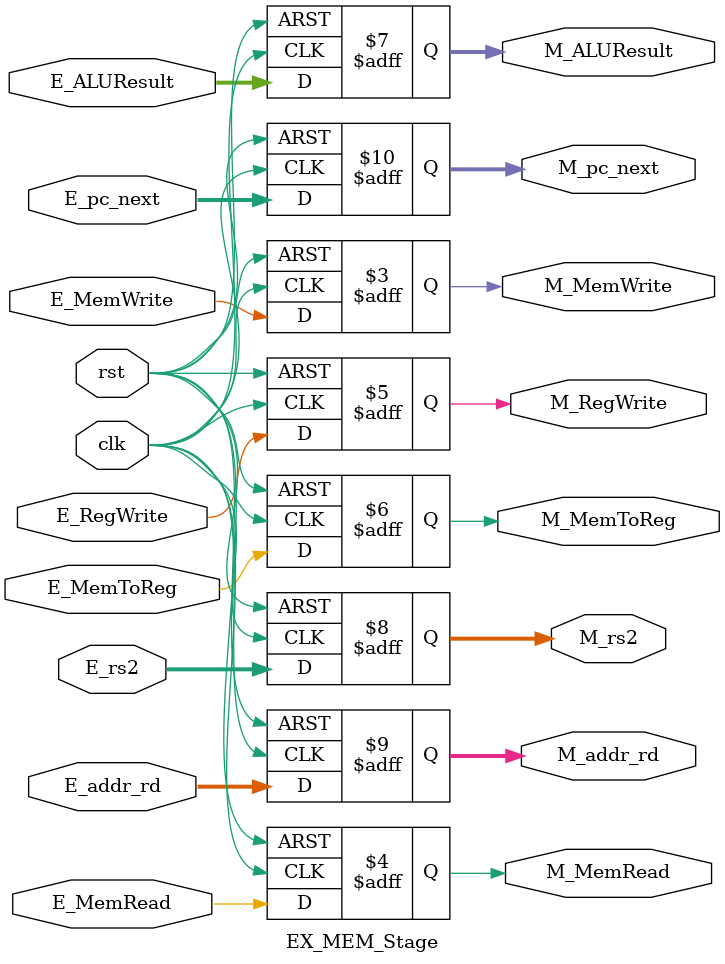
<source format=sv>
`timescale 1ns / 1ps


module EX_MEM_Stage (
    input clk, rst, 
    
    // INPUTS
    // control 
    input logic E_MemWrite,
    input logic E_MemRead,
    input logic E_RegWrite,
    
    input logic E_MemToReg,
    
    // data 
    input logic [31:0] E_ALUResult,
    input logic [31:0] E_rs2,  // to act as data to be written 
    input logic [ 4:0 ] E_addr_rd, 
    input logic [31:0] E_pc_next, // pc + 4 basically.
    // NOTE: the pc won't proceed further from here, because 
    // the pc_target has already been fed back from this stage. 
    
    // OUTPUTS
    // control 
    output logic  M_MemWrite, 
    output  logic M_MemRead,
    output logic  M_RegWrite, 
    
    output logic  M_MemToReg, 
    
    // data 
    output logic [31:0] M_ALUResult,
    output logic [31:0] M_rs2, 
    output logic [ 4:0 ] M_addr_rd,
    output logic [31:0] M_pc_next
    );
    
    always_ff @ (posedge clk or negedge rst)
    begin 
        if (!rst) begin 
            M_MemWrite <= 1'b0;
            M_MemRead <= 1'b0; 
            M_RegWrite <= 1'b0;
            M_MemToReg <= 1'b0; 
            M_ALUResult <= 32'b0; 
            M_rs2 <= 32'b0; 
            M_addr_rd <= 5'b0; 
            M_pc_next <= 32'b0;
        end 
        else begin
            M_MemWrite <= E_MemWrite;
            M_MemRead <= E_MemRead; 
            M_RegWrite <=   E_RegWrite;
            M_MemToReg <= E_MemToReg; 
            M_ALUResult <= E_ALUResult; 
            M_rs2 <=    E_rs2; 
            M_addr_rd <= E_addr_rd; 
            M_pc_next <= E_pc_next;
        end 
    end 
    
    
    
endmodule

</source>
